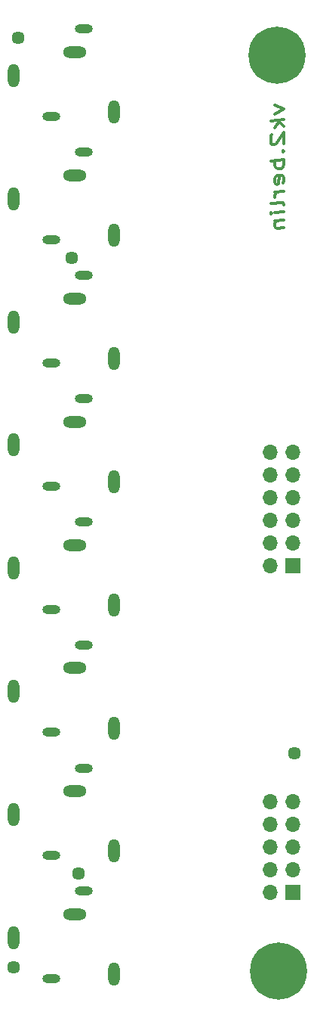
<source format=gbr>
%TF.GenerationSoftware,KiCad,Pcbnew,(6.0.11)*%
%TF.CreationDate,2023-02-21T23:01:44+01:00*%
%TF.ProjectId,eurorack-pmod-pcb,6575726f-7261-4636-9b2d-706d6f642d70,rev?*%
%TF.SameCoordinates,Original*%
%TF.FileFunction,Soldermask,Bot*%
%TF.FilePolarity,Negative*%
%FSLAX46Y46*%
G04 Gerber Fmt 4.6, Leading zero omitted, Abs format (unit mm)*
G04 Created by KiCad (PCBNEW (6.0.11)) date 2023-02-21 23:01:44*
%MOMM*%
%LPD*%
G01*
G04 APERTURE LIST*
%ADD10C,0.375000*%
%ADD11C,1.452000*%
%ADD12C,0.800000*%
%ADD13C,6.400000*%
%ADD14O,1.308000X2.616000*%
%ADD15O,2.016000X1.008000*%
%ADD16O,2.616000X1.308000*%
%ADD17R,1.700000X1.700000*%
%ADD18O,1.700000X1.700000*%
G04 APERTURE END LIST*
D10*
X10956171Y-9391391D02*
X11956171Y-9742581D01*
X10956171Y-10343772D01*
X11956171Y-10980676D02*
X10456171Y-11168176D01*
X11384742Y-11242581D02*
X11956171Y-11742581D01*
X10956171Y-11867581D02*
X11527600Y-11034248D01*
X10599028Y-12674129D02*
X10527600Y-12778295D01*
X10456171Y-12977700D01*
X10456171Y-13453891D01*
X10527600Y-13635438D01*
X10599028Y-13721748D01*
X10741885Y-13799129D01*
X10884742Y-13781272D01*
X11099028Y-13659248D01*
X11956171Y-12409248D01*
X11956171Y-13647343D01*
X11813314Y-14522343D02*
X11884742Y-14608652D01*
X11956171Y-14504486D01*
X11884742Y-14418176D01*
X11813314Y-14522343D01*
X11956171Y-14504486D01*
X11956171Y-15456867D02*
X10456171Y-15644367D01*
X11027600Y-15572938D02*
X10956171Y-15772343D01*
X10956171Y-16153295D01*
X11027600Y-16334843D01*
X11099028Y-16421152D01*
X11241885Y-16498533D01*
X11670457Y-16444962D01*
X11813314Y-16331867D01*
X11884742Y-16227700D01*
X11956171Y-16028295D01*
X11956171Y-15647343D01*
X11884742Y-15465795D01*
X11884742Y-18037224D02*
X11956171Y-17837819D01*
X11956171Y-17456867D01*
X11884742Y-17275319D01*
X11741885Y-17197938D01*
X11170457Y-17269367D01*
X11027600Y-17382462D01*
X10956171Y-17581867D01*
X10956171Y-17962819D01*
X11027600Y-18144367D01*
X11170457Y-18221748D01*
X11313314Y-18203891D01*
X11456171Y-17233652D01*
X11956171Y-18980676D02*
X10956171Y-19105676D01*
X11241885Y-19069962D02*
X11099028Y-19183057D01*
X11027600Y-19287224D01*
X10956171Y-19486629D01*
X10956171Y-19677105D01*
X11956171Y-20504486D02*
X11884742Y-20322938D01*
X11741885Y-20245557D01*
X10456171Y-20406272D01*
X11956171Y-21266391D02*
X10956171Y-21391391D01*
X10456171Y-21453891D02*
X10527600Y-21349724D01*
X10599028Y-21436033D01*
X10527600Y-21540200D01*
X10456171Y-21453891D01*
X10599028Y-21436033D01*
X10956171Y-22343772D02*
X11956171Y-22218772D01*
X11099028Y-22325914D02*
X11027600Y-22430081D01*
X10956171Y-22629486D01*
X10956171Y-22915200D01*
X11027600Y-23096748D01*
X11170457Y-23174129D01*
X11956171Y-23075914D01*
D11*
%TO.C,REF\u002A\u002A*%
X-11836400Y-26466800D03*
%TD*%
%TO.C,REF\u002A\u002A*%
X-11125200Y-95402400D03*
%TD*%
%TO.C,REF\u002A\u002A*%
X-18338800Y-105918000D03*
%TD*%
%TO.C,REF\u002A\u002A*%
X13106400Y-81889600D03*
%TD*%
%TO.C,REF\u002A\u002A*%
X-17881600Y-1828800D03*
%TD*%
D12*
%TO.C,REF\u002A\u002A*%
X12873056Y-2112944D03*
X8776000Y-3810000D03*
X9478944Y-2112944D03*
D13*
X11176000Y-3810000D03*
D12*
X12873056Y-5507056D03*
X11176000Y-1410000D03*
X11176000Y-6210000D03*
X13576000Y-3810000D03*
X9478944Y-5507056D03*
%TD*%
D14*
%TO.C,J10*%
X-18382000Y-88772626D03*
D15*
X-10482000Y-83572626D03*
D16*
X-11482000Y-86172626D03*
D15*
X-14182000Y-93372626D03*
D14*
X-7082000Y-92872626D03*
%TD*%
%TO.C,J5*%
X-18382000Y-19829771D03*
D15*
X-10482000Y-14629771D03*
D16*
X-11482000Y-17229771D03*
D15*
X-14182000Y-24429771D03*
D14*
X-7082000Y-23929771D03*
%TD*%
D12*
%TO.C,REF\u002A\u002A*%
X11303000Y-108699000D03*
X13000056Y-107996056D03*
X9605944Y-104601944D03*
X13000056Y-104601944D03*
D13*
X11303000Y-106299000D03*
D12*
X9605944Y-107996056D03*
X13703000Y-106299000D03*
X11303000Y-103899000D03*
X8903000Y-106299000D03*
%TD*%
D17*
%TO.C,J1*%
X12954000Y-97459800D03*
D18*
X10414000Y-97459800D03*
X12954000Y-94919800D03*
X10414000Y-94919800D03*
X12954000Y-92379800D03*
X10414000Y-92379800D03*
X12954000Y-89839800D03*
X10414000Y-89839800D03*
X12954000Y-87299800D03*
X10414000Y-87299800D03*
%TD*%
D14*
%TO.C,J9*%
X-18382000Y-74984055D03*
D15*
X-10482000Y-69784055D03*
D16*
X-11482000Y-72384055D03*
D15*
X-14182000Y-79584055D03*
D14*
X-7082000Y-79084055D03*
%TD*%
%TO.C,J11*%
X-18382000Y-102561200D03*
D15*
X-10482000Y-97361200D03*
D16*
X-11482000Y-99961200D03*
D15*
X-14182000Y-107161200D03*
D14*
X-7082000Y-106661200D03*
%TD*%
%TO.C,J7*%
X-18382000Y-47406913D03*
D15*
X-10482000Y-42206913D03*
D16*
X-11482000Y-44806913D03*
D15*
X-14182000Y-52006913D03*
D14*
X-7082000Y-51506913D03*
%TD*%
%TO.C,J4*%
X-18382000Y-6041200D03*
D15*
X-10482000Y-841200D03*
D16*
X-11482000Y-3441200D03*
D15*
X-14182000Y-10641200D03*
D14*
X-7082000Y-10141200D03*
%TD*%
%TO.C,J6*%
X-18382000Y-33618342D03*
D15*
X-10482000Y-28418342D03*
D16*
X-11482000Y-31018342D03*
D15*
X-14182000Y-38218342D03*
D14*
X-7082000Y-37718342D03*
%TD*%
%TO.C,J8*%
X-18382000Y-61195484D03*
D15*
X-10482000Y-55995484D03*
D16*
X-11482000Y-58595484D03*
D15*
X-14182000Y-65795484D03*
D14*
X-7082000Y-65295484D03*
%TD*%
D17*
%TO.C,J2*%
X12954000Y-60960000D03*
D18*
X10414000Y-60960000D03*
X12954000Y-58420000D03*
X10414000Y-58420000D03*
X12954000Y-55880000D03*
X10414000Y-55880000D03*
X12954000Y-53340000D03*
X10414000Y-53340000D03*
X12954000Y-50800000D03*
X10414000Y-50800000D03*
X12954000Y-48260000D03*
X10414000Y-48260000D03*
%TD*%
M02*

</source>
